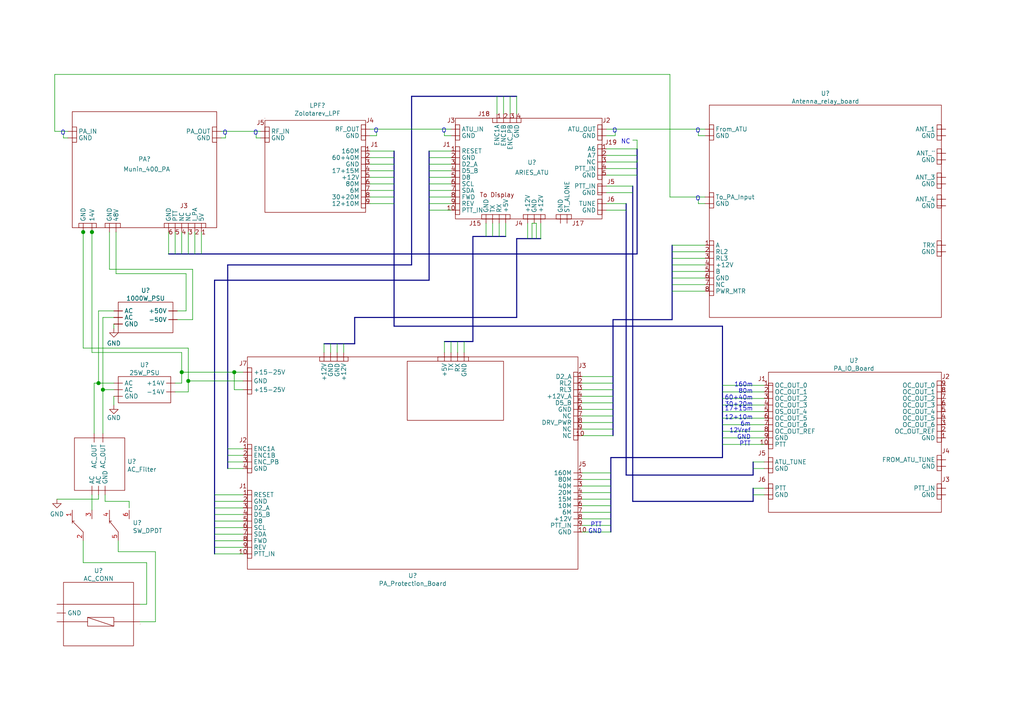
<source format=kicad_sch>
(kicad_sch (version 20210126) (generator eeschema)
  (paper "A4")
  (title_block (title "Block Schematic of MUNIN-400 PA") (date "08.05.2021") (rev "0") (comment 1 "ENG: Kjell Karlsen") (comment 2 "LA2NI"))
  (lib_symbols
    (symbol "KjellKarlsen:1000W_PSU"
      (property "Reference" "U" (at 0 0 0))
      (property "Value" "1000W_PSU" (at 0 1.905 0))
      (symbol "1000W_PSU_0_0"
        (rectangle (start -6.35 -1.905) (end 9.525 -10.795) (stroke (width 0.1524)))
      )
      (symbol "1000W_PSU_1_1"
        (pin passive line (at 10.795 -4.445 180) (length 2.54) (name "+50V") (number ""))
        (pin passive line (at 10.795 -6.985 180) (length 2.54) (name "-50V") (number ""))
        (pin passive line (at -7.62 -6.35 0) (length 2.54) (name "AC") (number ""))
        (pin passive line (at -7.62 -4.445 0) (length 2.54) (name "AC") (number ""))
        (pin passive line (at -7.62 -8.255 0) (length 2.54) (name "GND") (number ""))
      )
    )
    (symbol "KjellKarlsen:25W_PSU"
      (property "Reference" "U" (at 0 1.905 0))
      (property "Value" "25W_PSU" (at 0 0 0))
      (symbol "25W_PSU_0_0"
        (rectangle (start -7.62 -2.54) (end 7.62 -10.16) (stroke (width 0.1524)))
      )
      (symbol "25W_PSU_1_1"
        (pin passive line (at 8.89 -4.445 180) (length 2.54) (name "+14V") (number ""))
        (pin passive line (at 8.89 -6.985 180) (length 2.54) (name "-14V") (number ""))
        (pin passive line (at -8.89 -6.35 0) (length 2.54) (name "AC") (number ""))
        (pin passive line (at -8.89 -4.445 0) (length 2.54) (name "AC") (number ""))
        (pin passive line (at -8.89 -8.255 0) (length 2.54) (name "GND") (number ""))
      )
    )
    (symbol "KjellKarlsen:AC_CONN"
      (property "Reference" "U" (at 1.27 7.62 0))
      (property "Value" "AC_CONN" (at 1.27 5.715 0))
      (symbol "AC_CONN_0_0"
        (rectangle (start -6.985 -0.635) (end 11.43 -20.955) (stroke (width 0.1524)))
        (rectangle (start 3.175 -6.35) (end 5.715 -13.97) (stroke (width 0.1524)))
        (rectangle (start 5.08 1.27) (end 5.08 1.27) (stroke (width 0.1524)))
        (polyline (pts (xy -0.635 -1.27) (xy -0.635 -20.32)) (stroke (width 0.1524)))
        (polyline (pts (xy 4.445 -20.32) (xy 4.445 -13.97)) (stroke (width 0.1524)))
        (polyline (pts (xy 4.445 -1.27) (xy 4.445 -6.35)) (stroke (width 0.1524)))
        (polyline (pts (xy 5.715 -6.35) (xy 3.175 -13.97)) (stroke (width 0.1524)))
      )
      (symbol "AC_CONN_1_1"
        (pin passive line (at -0.635 -22.86 90) (length 2.54) (name "") (number ""))
        (pin passive line (at -0.635 1.27 270) (length 2.54) (name "") (number ""))
        (pin passive line (at 4.445 -22.86 90) (length 2.54) (name "") (number ""))
        (pin passive line (at 4.445 1.27 270) (length 2.54) (name "") (number ""))
        (pin passive line (at 1.905 -22.86 90) (length 2.54) (name "GND") (number ""))
      )
    )
    (symbol "KjellKarlsen:AC_Filter"
      (property "Reference" "U" (at 0 6.35 0))
      (property "Value" "AC_Filter" (at 0 4.445 0))
      (symbol "AC_Filter_0_0"
        (rectangle (start -6.985 -2.54) (end 7.62 -17.78) (stroke (width 0.1524)))
      )
      (symbol "AC_Filter_1_1"
        (pin passive line (at -1.905 -19.05 90) (length 2.54) (name "AC") (number ""))
        (pin passive line (at 0 -19.05 90) (length 2.54) (name "AC") (number ""))
        (pin passive line (at -1.27 -1.27 270) (length 2.54) (name "AC_OUT") (number ""))
        (pin passive line (at 1.27 -1.27 270) (length 2.54) (name "AC_OUT") (number ""))
        (pin passive line (at 1.905 -19.05 90) (length 2.54) (name "GND") (number ""))
      )
    )
    (symbol "KjellKarlsen:ARIES_ATU"
      (property "Reference" "U" (at 14.605 -13.97 0))
      (property "Value" "ARIES_ATU" (at 14.605 -12.065 0))
      (symbol "ARIES_ATU_0_0"
        (text "1" (at -12.065 -11.43 0) (effects (font (size 1.27 1.27))))
        (text "1" (at 1.27 -1.905 0) (effects (font (size 1.27 1.27))))
        (text "1" (at 31.75 -10.795 0) (effects (font (size 1.27 1.27))))
        (text "10" (at -12.7 -28.575 0) (effects (font (size 1.27 1.27))))
        (text "2" (at -12.065 -13.335 0) (effects (font (size 1.27 1.27))))
        (text "2" (at 3.175 -1.905 0) (effects (font (size 1.27 1.27))))
        (text "2" (at 31.75 -12.7 0) (effects (font (size 1.27 1.27))))
        (text "3" (at -12.065 -15.24 0) (effects (font (size 1.27 1.27))))
        (text "3" (at 5.08 -1.905 0) (effects (font (size 1.27 1.27))))
        (text "3" (at 31.75 -14.605 0) (effects (font (size 1.27 1.27))))
        (text "4" (at -12.065 -17.145 0) (effects (font (size 1.27 1.27))))
        (text "4" (at 6.985 -1.905 0) (effects (font (size 1.27 1.27))))
        (text "4" (at 31.75 -16.51 0) (effects (font (size 1.27 1.27))))
        (text "5" (at -12.065 -19.05 0) (effects (font (size 1.27 1.27))))
        (text "5" (at 31.75 -18.415 0) (effects (font (size 1.27 1.27))))
        (text "6" (at -12.065 -20.955 0) (effects (font (size 1.27 1.27))))
        (text "7" (at -12.065 -22.86 0) (effects (font (size 1.27 1.27))))
        (text "8" (at -12.065 -24.765 0) (effects (font (size 1.27 1.27))))
        (text "9" (at -12.065 -26.67 0) (effects (font (size 1.27 1.27))))
        (text "J1" (at -13.97 -10.16 0) (effects (font (size 1.27 1.27))))
        (text "J15" (at -5.715 -33.02 0) (effects (font (size 1.27 1.27))))
        (text "J17" (at 24.13 -33.02 0) (effects (font (size 1.27 1.27))))
        (text "J18" (at -3.175 -1.27 0) (effects (font (size 1.27 1.27))))
        (text "J19" (at 33.655 -9.525 0) (effects (font (size 1.27 1.27))))
        (text "J2" (at 32.385 -3.175 0) (effects (font (size 1.27 1.27))))
        (text "J3" (at -12.7 -3.175 0) (effects (font (size 1.27 1.27))))
        (text "J4" (at 6.985 -33.02 0) (effects (font (size 1.27 1.27))))
        (text "J5" (at 33.655 -20.955 0) (effects (font (size 1.27 1.27))))
        (text "J6" (at 33.655 -26.035 0) (effects (font (size 1.27 1.27))))
        (text "To Display" (at 0.635 -24.765 0) (effects (font (size 1.27 1.27))))
        (rectangle (start -11.43 -10.795) (end -10.16 -30.48) (stroke (width 0.1524)))
        (rectangle (start -11.43 -4.445) (end -10.16 -8.89) (stroke (width 0.1524)))
        (rectangle (start -11.43 -2.54) (end 31.115 -31.75) (stroke (width 0.1524)))
        (rectangle (start -3.81 -30.48) (end 4.445 -31.75) (stroke (width 0.1524)))
        (rectangle (start -0.635 -3.81) (end 7.62 -2.54) (stroke (width 0.1524)))
        (rectangle (start 8.255 -31.75) (end 14.605 -30.48) (stroke (width 0.1524)))
        (rectangle (start 17.78 -31.75) (end 22.225 -30.48) (stroke (width 0.1524)))
        (rectangle (start 31.115 -30.48) (end 29.845 -26.035) (stroke (width 0.1524)))
        (rectangle (start 31.115 -24.765) (end 29.845 -21.59) (stroke (width 0.1524)))
        (rectangle (start 31.115 -20.32) (end 29.845 -10.16) (stroke (width 0.1524)))
        (rectangle (start 31.115 -8.89) (end 29.845 -4.445) (stroke (width 0.1524)))
      )
      (symbol "ARIES_ATU_1_1"
        (pin passive line (at 9.525 -33.02 90) (length 2.54) (name "+12V") (number ""))
        (pin passive line (at 13.335 -33.02 90) (length 2.54) (name "+12V") (number ""))
        (pin passive line (at 3.175 -33.02 90) (length 2.54) (name "+5V") (number ""))
        (pin passive line (at 32.385 -11.43 180) (length 2.54) (name "A6") (number ""))
        (pin passive line (at 32.385 -13.335 180) (length 2.54) (name "A7") (number ""))
        (pin passive line (at -12.7 -5.715 0) (length 2.54) (name "ATU_IN") (number ""))
        (pin passive line (at 32.385 -5.715 180) (length 2.54) (name "ATU_OUT") (number ""))
        (pin passive line (at -12.7 -15.875 0) (length 2.54) (name "D2_A") (number ""))
        (pin passive line (at -12.7 -17.78 0) (length 2.54) (name "D5_B") (number ""))
        (pin passive line (at -12.7 -19.685 0) (length 2.54) (name "D8") (number ""))
        (pin passive line (at 0.635 -1.27 270) (length 2.54) (name "ENC1A") (number ""))
        (pin passive line (at 2.54 -1.27 270) (length 2.54) (name "ENC1B") (number ""))
        (pin passive line (at 4.445 -1.27 270) (length 2.54) (name "ENC_PB") (number ""))
        (pin passive line (at -12.7 -25.4 0) (length 2.54) (name "FWD") (number ""))
        (pin passive line (at -12.7 -13.97 0) (length 2.54) (name "GND") (number ""))
        (pin passive line (at -12.7 -7.62 0) (length 2.54) (name "GND") (number ""))
        (pin passive line (at -2.54 -33.02 90) (length 2.54) (name "GND") (number ""))
        (pin passive line (at 6.35 -1.27 270) (length 2.54) (name "GND") (number ""))
        (pin passive line (at 11.43 -33.02 90) (length 2.54) (name "GND") (number ""))
        (pin passive line (at 19.05 -33.02 90) (length 2.54) (name "GND") (number ""))
        (pin passive line (at 32.385 -29.21 180) (length 2.54) (name "GND") (number ""))
        (pin passive line (at 32.385 -24.13 180) (length 2.54) (name "GND") (number ""))
        (pin passive line (at 32.385 -19.05 180) (length 2.54) (name "GND") (number ""))
        (pin passive line (at 32.385 -7.62 180) (length 2.54) (name "GND") (number ""))
        (pin passive line (at 32.385 -15.24 180) (length 2.54) (name "NC") (number ""))
        (pin passive line (at -12.7 -29.21 0) (length 2.54) (name "PTT_IN") (number ""))
        (pin passive line (at 32.385 -22.225 180) (length 2.54) (name "PTT_IN") (number ""))
        (pin passive line (at 32.385 -17.145 180) (length 2.54) (name "PTT_IN") (number ""))
        (pin passive line (at -12.7 -12.065 0) (length 2.54) (name "RESET") (number ""))
        (pin passive line (at -12.7 -27.305 0) (length 2.54) (name "REV") (number ""))
        (pin passive line (at 1.27 -33.02 90) (length 2.54) (name "RX") (number ""))
        (pin passive line (at -12.7 -21.59 0) (length 2.54) (name "SCL") (number ""))
        (pin passive line (at -12.7 -23.495 0) (length 2.54) (name "SDA") (number ""))
        (pin passive line (at 20.955 -33.02 90) (length 2.54) (name "ST_ALONE") (number ""))
        (pin passive line (at 32.385 -27.305 180) (length 2.54) (name "TUNE") (number ""))
        (pin passive line (at -0.635 -33.02 90) (length 2.54) (name "TX") (number ""))
      )
    )
    (symbol "KjellKarlsen:Antenna_relay_board"
      (property "Reference" "U" (at 6.35 -29.21 0))
      (property "Value" "Antenna_relay_board" (at 6.35 -25.4 0))
      (symbol "Antenna_relay_board_0_0"
        (text "1" (at -27.94 -40.64 0) (effects (font (size 1.27 1.27))))
        (text "2" (at -27.94 -42.545 0) (effects (font (size 1.27 1.27))))
        (text "3" (at -27.94 -44.45 0) (effects (font (size 1.27 1.27))))
        (text "4" (at -27.94 -46.355 0) (effects (font (size 1.27 1.27))))
        (text "5" (at -27.94 -48.26 0) (effects (font (size 1.27 1.27))))
        (text "6" (at -27.94 -50.165 0) (effects (font (size 1.27 1.27))))
        (text "7" (at -27.94 -52.07 0) (effects (font (size 1.27 1.27))))
        (text "8" (at -27.94 -53.975 0) (effects (font (size 1.27 1.27))))
        (rectangle (start -27.305 -26.035) (end -26.035 -30.48) (stroke (width 0.1524)))
        (rectangle (start -27.305 -6.35) (end -26.035 -10.795) (stroke (width 0.1524)))
        (rectangle (start -27.305 -0.635) (end 40.005 -62.23) (stroke (width 0.1524)))
        (rectangle (start 38.735 -26.67) (end 40.005 -30.48) (stroke (width 0.1524)))
        (rectangle (start 38.735 -20.32) (end 40.005 -24.765) (stroke (width 0.1524)))
        (rectangle (start 38.735 -13.335) (end 40.005 -17.78) (stroke (width 0.1524)))
        (rectangle (start 38.735 -6.35) (end 40.005 -10.795) (stroke (width 0.1524)))
      )
      (symbol "Antenna_relay_board_0_1"
        (rectangle (start -27.305 -40.005) (end -26.035 -55.88) (stroke (width 0.1524)))
        (rectangle (start 38.735 -40.005) (end 40.005 -44.45) (stroke (width 0.1524)))
      )
      (symbol "Antenna_relay_board_1_1"
        (pin input line (at -28.575 -46.99 0) (length 2.54) (name "+12V") (number ""))
        (pin input line (at -28.575 -41.275 0) (length 2.54) (name "A") (number ""))
        (pin passive line (at 41.275 -14.605 180) (length 2.54) (name "ANT_\"") (number ""))
        (pin passive line (at 41.275 -7.62 180) (length 2.54) (name "ANT_1") (number ""))
        (pin passive line (at 41.275 -21.59 180) (length 2.54) (name "ANT_3") (number ""))
        (pin passive line (at 41.275 -27.94 180) (length 2.54) (name "ANT_4") (number ""))
        (pin input line (at -28.575 -48.895 0) (length 2.54) (name "B") (number ""))
        (pin passive line (at -28.575 -7.62 0) (length 2.54) (name "From_ATU") (number ""))
        (pin input line (at -28.575 -50.8 0) (length 2.54) (name "GND") (number ""))
        (pin passive line (at -28.575 -29.21 0) (length 2.54) (name "GND") (number ""))
        (pin passive line (at -28.575 -9.525 0) (length 2.54) (name "GND") (number ""))
        (pin input line (at 41.275 -43.18 180) (length 2.54) (name "GND") (number ""))
        (pin passive line (at 41.275 -29.845 180) (length 2.54) (name "GND") (number ""))
        (pin passive line (at 41.275 -23.495 180) (length 2.54) (name "GND") (number ""))
        (pin passive line (at 41.275 -16.51 180) (length 2.54) (name "GND") (number ""))
        (pin passive line (at 41.275 -9.525 180) (length 2.54) (name "GND") (number ""))
        (pin input line (at -28.575 -52.705 0) (length 2.54) (name "NC") (number ""))
        (pin input line (at -28.575 -54.61 0) (length 2.54) (name "PWR_MTR") (number ""))
        (pin input line (at -28.575 -43.18 0) (length 2.54) (name "RL2") (number ""))
        (pin input line (at -28.575 -45.085 0) (length 2.54) (name "RL3") (number ""))
        (pin passive line (at -28.575 -27.305 0) (length 2.54) (name "To_PA_Input") (number ""))
        (pin input line (at 41.275 -41.275 180) (length 2.54) (name "TRX") (number ""))
      )
    )
    (symbol "KjellKarlsen:Munin_400_PA"
      (property "Reference" "PA" (at 6.985 -15.24 0))
      (property "Value" "Munin_400_PA" (at 6.985 -12.065 0))
      (symbol "Munin_400_PA_0_0"
        (text "1" (at 24.765 -34.925 0) (effects (font (size 1.27 1.27))))
        (text "2" (at 22.86 -34.925 0) (effects (font (size 1.27 1.27))))
        (text "3" (at 20.955 -34.925 0) (effects (font (size 1.27 1.27))))
        (text "4" (at 19.05 -34.925 0) (effects (font (size 1.27 1.27))))
        (text "5" (at 17.145 -34.925 0) (effects (font (size 1.27 1.27))))
        (text "6" (at 15.24 -34.925 0) (effects (font (size 1.27 1.27))))
        (text "J3" (at 19.05 -27.305 0) (effects (font (size 1.27 1.27))))
        (rectangle (start -13.335 -4.445) (end -12.065 -8.89) (stroke (width 0.1524)))
        (rectangle (start -13.335 0) (end 28.575 -33.655) (stroke (width 0.1524)))
        (rectangle (start -11.43 -33.655) (end -6.35 -32.385) (stroke (width 0.1524)))
        (rectangle (start -3.81 -33.655) (end 0.635 -32.385) (stroke (width 0.1524)))
        (rectangle (start 13.335 -33.655) (end 25.4 -32.385) (stroke (width 0.1524)))
        (rectangle (start 27.305 -4.445) (end 28.575 -8.89) (stroke (width 0.1524)))
      )
      (symbol "Munin_400_PA_1_1"
        (pin input line (at -7.62 -34.925 90) (length 2.54) (name "14V") (number ""))
        (pin input line (at -0.635 -34.925 90) (length 2.54) (name "48V") (number ""))
        (pin input line (at 24.13 -34.925 90) (length 2.54) (name "5V") (number ""))
        (pin passive line (at -14.605 -7.62 0) (length 2.54) (name "GND") (number ""))
        (pin input line (at -10.16 -34.925 90) (length 2.54) (name "GND") (number ""))
        (pin input line (at -2.54 -34.925 90) (length 2.54) (name "GND") (number ""))
        (pin input line (at 14.605 -34.925 90) (length 2.54) (name "GND") (number ""))
        (pin passive line (at 29.845 -7.62 180) (length 2.54) (name "GND") (number ""))
        (pin input line (at 22.225 -34.925 90) (length 2.54) (name "I_PA") (number ""))
        (pin input line (at 18.415 -34.925 90) (length 2.54) (name "NC") (number ""))
        (pin input line (at 20.32 -34.925 90) (length 2.54) (name "NC") (number ""))
        (pin input line (at -14.605 -5.715 0) (length 2.54) (name "PA_IN") (number ""))
        (pin input line (at 29.845 -5.715 180) (length 2.54) (name "PA_OUT") (number ""))
        (pin input line (at 16.51 -34.925 90) (length 2.54) (name "PTT") (number ""))
      )
    )
    (symbol "KjellKarlsen:PA_IO_Board"
      (property "Reference" "U" (at 16.51 -16.51 0))
      (property "Value" "PA_IO_Board" (at 16.51 -13.97 0))
      (symbol "PA_IO_Board_0_0"
        (text "1" (at -10.16 -3.81 0) (effects (font (size 1.27 1.27))))
        (text "1" (at 41.275 -19.05 0) (effects (font (size 1.27 1.27))))
        (text "10" (at -10.795 -20.955 0) (effects (font (size 1.27 1.27))))
        (text "2" (at -10.16 -5.715 0) (effects (font (size 1.27 1.27))))
        (text "2" (at 41.275 -17.145 0) (effects (font (size 1.27 1.27))))
        (text "3" (at -10.16 -7.62 0) (effects (font (size 1.27 1.27))))
        (text "3" (at 41.275 -15.24 0) (effects (font (size 1.27 1.27))))
        (text "4" (at -10.16 -9.525 0) (effects (font (size 1.27 1.27))))
        (text "4" (at 41.275 -13.335 0) (effects (font (size 1.27 1.27))))
        (text "5" (at -10.16 -11.43 0) (effects (font (size 1.27 1.27))))
        (text "5" (at 41.275 -11.43 0) (effects (font (size 1.27 1.27))))
        (text "6" (at -10.16 -13.335 0) (effects (font (size 1.27 1.27))))
        (text "6" (at 41.275 -9.525 0) (effects (font (size 1.27 1.27))))
        (text "7" (at -10.16 -15.24 0) (effects (font (size 1.27 1.27))))
        (text "7" (at 41.275 -7.62 0) (effects (font (size 1.27 1.27))))
        (text "8" (at -10.16 -17.145 0) (effects (font (size 1.27 1.27))))
        (text "8" (at 41.275 -5.715 0) (effects (font (size 1.27 1.27))))
        (text "9" (at -10.16 -19.05 0) (effects (font (size 1.27 1.27))))
        (text "9" (at 41.275 -3.81 0) (effects (font (size 1.27 1.27))))
        (text "J1" (at -11.43 -2.54 0) (effects (font (size 1.27 1.27))))
        (text "J2" (at 41.91 -1.905 0) (effects (font (size 1.27 1.27))))
        (text "J3" (at 41.91 -31.75 0) (effects (font (size 1.27 1.27))))
        (text "J4" (at 41.91 -23.495 0) (effects (font (size 1.27 1.27))))
        (text "J5" (at -11.43 -24.13 0) (effects (font (size 1.27 1.27))))
        (text "J6" (at -11.43 -31.75 0) (effects (font (size 1.27 1.27))))
        (rectangle (start -9.525 -33.02) (end -8.255 -37.465) (stroke (width 0.1524)))
        (rectangle (start -9.525 -25.4) (end -8.255 -29.845) (stroke (width 0.1524)))
        (rectangle (start -9.525 -3.81) (end -8.255 -22.86) (stroke (width 0.1524)))
        (rectangle (start -9.525 -0.635) (end 40.64 -41.275) (stroke (width 0.1524)))
        (rectangle (start 39.37 -33.02) (end 40.64 -37.465) (stroke (width 0.1524)))
        (rectangle (start 39.37 -24.765) (end 40.64 -29.21) (stroke (width 0.1524)))
        (rectangle (start 39.37 -3.175) (end 40.64 -20.955) (stroke (width 0.1524)))
      )
      (symbol "PA_IO_Board_1_1"
        (pin passive line (at -10.795 -26.67 0) (length 2.54) (name "ATU_TUNE") (number ""))
        (pin passive line (at 41.91 -26.035 180) (length 2.54) (name "FROM_ATU_TUNE") (number ""))
        (pin passive line (at -10.795 -36.195 0) (length 2.54) (name "GND") (number ""))
        (pin passive line (at -10.795 -28.575 0) (length 2.54) (name "GND") (number ""))
        (pin passive line (at -10.795 -19.685 0) (length 2.54) (name "GND") (number ""))
        (pin passive line (at 41.91 -36.195 180) (length 2.54) (name "GND") (number ""))
        (pin passive line (at 41.91 -27.94 180) (length 2.54) (name "GND") (number ""))
        (pin passive line (at 41.91 -19.685 180) (length 2.54) (name "GND") (number ""))
        (pin passive line (at -10.795 -4.445 0) (length 2.54) (name "OC_OUT_0") (number ""))
        (pin passive line (at 41.91 -4.445 180) (length 2.54) (name "OC_OUT_0") (number ""))
        (pin passive line (at -10.795 -6.35 0) (length 2.54) (name "OC_OUT_1") (number ""))
        (pin passive line (at 41.91 -6.35 180) (length 2.54) (name "OC_OUT_1") (number ""))
        (pin passive line (at -10.795 -8.255 0) (length 2.54) (name "OC_OUT_2") (number ""))
        (pin passive line (at 41.91 -8.255 180) (length 2.54) (name "OC_OUT_2") (number ""))
        (pin passive line (at -10.795 -10.16 0) (length 2.54) (name "OC_OUT_3") (number ""))
        (pin passive line (at 41.91 -10.16 180) (length 2.54) (name "OC_OUT_3") (number ""))
        (pin passive line (at 41.91 -12.065 180) (length 2.54) (name "OC_OUT_4") (number ""))
        (pin passive line (at -10.795 -13.97 0) (length 2.54) (name "OC_OUT_5") (number ""))
        (pin passive line (at 41.91 -13.97 180) (length 2.54) (name "OC_OUT_5") (number ""))
        (pin passive line (at -10.795 -15.875 0) (length 2.54) (name "OC_OUT_6") (number ""))
        (pin passive line (at 41.91 -15.875 180) (length 2.54) (name "OC_OUT_6") (number ""))
        (pin passive line (at -10.795 -17.78 0) (length 2.54) (name "OC_OUT_REF") (number ""))
        (pin passive line (at 41.91 -17.78 180) (length 2.54) (name "OC_OUT_REF") (number ""))
        (pin passive line (at -10.795 -12.065 0) (length 2.54) (name "OS_OUT_4") (number ""))
        (pin passive line (at -10.795 -34.29 0) (length 2.54) (name "PTT") (number ""))
        (pin passive line (at -10.795 -21.59 0) (length 2.54) (name "PTT") (number ""))
        (pin passive line (at 41.91 -34.29 180) (length 2.54) (name "PTT_IN") (number ""))
      )
    )
    (symbol "KjellKarlsen:PA_Protection_Board"
      (property "Reference" "U" (at 21.59 -32.385 0))
      (property "Value" "PA_Protection_Board" (at 21.59 -29.845 0))
      (symbol "PA_Protection_Board_0_0"
        (text "1" (at -26.67 -40.64 0) (effects (font (size 1.27 1.27))))
        (text "1" (at -26.67 -27.305 0) (effects (font (size 1.27 1.27))))
        (text "1" (at 70.485 -34.29 0) (effects (font (size 1.27 1.27))))
        (text "1" (at 70.485 -6.35 0) (effects (font (size 1.27 1.27))))
        (text "10" (at -27.305 -57.785 0) (effects (font (size 1.27 1.27))))
        (text "10" (at 70.485 -23.495 0) (effects (font (size 1.27 1.27))))
        (text "10" (at 71.12 -51.435 0) (effects (font (size 1.27 1.27))))
        (text "2" (at -26.67 -42.545 0) (effects (font (size 1.27 1.27))))
        (text "2" (at -26.67 -29.21 0) (effects (font (size 1.27 1.27))))
        (text "2" (at 70.485 -36.195 0) (effects (font (size 1.27 1.27))))
        (text "2" (at 70.485 -8.255 0) (effects (font (size 1.27 1.27))))
        (text "3" (at -26.67 -44.45 0) (effects (font (size 1.27 1.27))))
        (text "3" (at -26.67 -31.115 0) (effects (font (size 1.27 1.27))))
        (text "3" (at 70.485 -38.1 0) (effects (font (size 1.27 1.27))))
        (text "3" (at 70.485 -10.16 0) (effects (font (size 1.27 1.27))))
        (text "4" (at -26.67 -46.355 0) (effects (font (size 1.27 1.27))))
        (text "4" (at -26.67 -33.02 0) (effects (font (size 1.27 1.27))))
        (text "4" (at 70.485 -40.005 0) (effects (font (size 1.27 1.27))))
        (text "4" (at 70.485 -12.065 0) (effects (font (size 1.27 1.27))))
        (text "5" (at -26.67 -48.26 0) (effects (font (size 1.27 1.27))))
        (text "5" (at 70.485 -41.91 0) (effects (font (size 1.27 1.27))))
        (text "5" (at 70.485 -13.97 0) (effects (font (size 1.27 1.27))))
        (text "6" (at -26.67 -50.165 0) (effects (font (size 1.27 1.27))))
        (text "6" (at 70.485 -43.815 0) (effects (font (size 1.27 1.27))))
        (text "6" (at 70.485 -15.875 0) (effects (font (size 1.27 1.27))))
        (text "7" (at -26.67 -52.07 0) (effects (font (size 1.27 1.27))))
        (text "7" (at 70.485 -45.72 0) (effects (font (size 1.27 1.27))))
        (text "7" (at 70.485 -17.78 0) (effects (font (size 1.27 1.27))))
        (text "8" (at -26.67 -53.975 0) (effects (font (size 1.27 1.27))))
        (text "8" (at 70.485 -47.625 0) (effects (font (size 1.27 1.27))))
        (text "8" (at 70.485 -19.685 0) (effects (font (size 1.27 1.27))))
        (text "9" (at -26.67 -55.88 0) (effects (font (size 1.27 1.27))))
        (text "9" (at 70.485 -49.53 0) (effects (font (size 1.27 1.27))))
        (text "9" (at 70.485 -21.59 0) (effects (font (size 1.27 1.27))))
        (text "J1" (at -27.305 -38.735 0) (effects (font (size 1.27 1.27))))
        (text "J2" (at -27.305 -25.4 0) (effects (font (size 1.27 1.27))))
        (text "J3" (at 71.12 -3.81 0) (effects (font (size 1.27 1.27))))
        (text "J5" (at 71.12 -32.385 0) (effects (font (size 1.27 1.27))))
        (text "J7" (at -27.305 -3.175 0) (effects (font (size 1.27 1.27))))
        (rectangle (start -26.035 -40.005) (end -24.765 -59.69) (stroke (width 0.1524)))
        (rectangle (start -26.035 -26.67) (end -24.765 -34.925) (stroke (width 0.1524)))
        (rectangle (start -26.035 -4.445) (end -24.765 -12.065) (stroke (width 0.1524)))
        (rectangle (start -26.035 -1.27) (end 69.85 -62.865) (stroke (width 0.1524)))
        (rectangle (start -5.08 -2.54) (end 3.175 -1.27) (stroke (width 0.1524)))
        (rectangle (start 20.32 -2.54) (end 48.26 -19.685) (stroke (width 0.1524)))
        (rectangle (start 29.21 -2.54) (end 38.1 -1.27) (stroke (width 0.1524)))
        (rectangle (start 68.58 -5.715) (end 69.85 -25.4) (stroke (width 0.1524)))
      )
      (symbol "PA_Protection_Board_1_1"
        (pin passive line (at -3.81 0 270) (length 2.54) (name "+12V") (number ""))
        (pin passive line (at 1.905 0 270) (length 2.54) (name "+12V") (number ""))
        (pin passive line (at 71.12 -48.26 180) (length 2.54) (name "+12V") (number ""))
        (pin passive line (at 71.12 -12.7 180) (length 2.54) (name "+12V_A") (number ""))
        (pin passive line (at -27.305 -10.795 0) (length 2.54) (name "+15-25V") (number ""))
        (pin passive line (at -27.305 -5.715 0) (length 2.54) (name "+15-25V") (number ""))
        (pin passive line (at 31.115 0 270) (length 2.54) (name "+5V") (number ""))
        (pin passive line (at 71.12 -44.45 180) (length 2.54) (name "10M") (number ""))
        (pin passive line (at 71.12 -42.545 180) (length 2.54) (name "15M") (number ""))
        (pin passive line (at 71.12 -34.925 180) (length 2.54) (name "160M") (number ""))
        (pin passive line (at 71.12 -40.64 180) (length 2.54) (name "20M") (number ""))
        (pin passive line (at 71.12 -38.735 180) (length 2.54) (name "40M") (number ""))
        (pin passive line (at 71.12 -46.355 180) (length 2.54) (name "6M") (number ""))
        (pin passive line (at 71.12 -36.83 180) (length 2.54) (name "80M") (number ""))
        (pin passive line (at -27.305 -45.085 0) (length 2.54) (name "D2_A") (number ""))
        (pin passive line (at 71.12 -6.985 180) (length 2.54) (name "D2_A") (number ""))
        (pin passive line (at -27.305 -46.99 0) (length 2.54) (name "D5_B") (number ""))
        (pin passive line (at 71.12 -14.605 180) (length 2.54) (name "D5_B") (number ""))
        (pin passive line (at -27.305 -48.895 0) (length 2.54) (name "D8") (number ""))
        (pin passive line (at 71.12 -20.32 180) (length 2.54) (name "DRV_PWR") (number ""))
        (pin passive line (at -27.305 -27.94 0) (length 2.54) (name "ENC1A") (number ""))
        (pin passive line (at -27.305 -29.845 0) (length 2.54) (name "ENC1B") (number ""))
        (pin passive line (at -27.305 -31.75 0) (length 2.54) (name "ENC_PB") (number ""))
        (pin passive line (at -27.305 -54.61 0) (length 2.54) (name "FWD") (number ""))
        (pin passive line (at -27.305 -43.18 0) (length 2.54) (name "GND") (number ""))
        (pin passive line (at -27.305 -33.655 0) (length 2.54) (name "GND") (number ""))
        (pin passive line (at -27.305 -8.255 0) (length 2.54) (name "GND") (number ""))
        (pin passive line (at -1.905 0 270) (length 2.54) (name "GND") (number ""))
        (pin passive line (at 0 0 270) (length 2.54) (name "GND") (number ""))
        (pin passive line (at 36.83 0 270) (length 2.54) (name "GND") (number ""))
        (pin passive line (at 71.12 -52.07 180) (length 2.54) (name "GND") (number ""))
        (pin passive line (at 71.12 -16.51 180) (length 2.54) (name "GND") (number ""))
        (pin passive line (at 71.12 -24.13 180) (length 2.54) (name "NC") (number ""))
        (pin passive line (at 71.12 -22.225 180) (length 2.54) (name "NC") (number ""))
        (pin passive line (at 71.12 -18.415 180) (length 2.54) (name "NC") (number ""))
        (pin passive line (at -27.305 -58.42 0) (length 2.54) (name "PTT_IN") (number ""))
        (pin passive line (at 71.12 -50.165 180) (length 2.54) (name "PTT_IN") (number ""))
        (pin passive line (at -27.305 -41.275 0) (length 2.54) (name "RESET") (number ""))
        (pin passive line (at -27.305 -56.515 0) (length 2.54) (name "REV") (number ""))
        (pin passive line (at 71.12 -8.89 180) (length 2.54) (name "RL2") (number ""))
        (pin passive line (at 71.12 -10.795 180) (length 2.54) (name "RL3") (number ""))
        (pin passive line (at 34.925 0 270) (length 2.54) (name "RX") (number ""))
        (pin passive line (at -27.305 -50.8 0) (length 2.54) (name "SCL") (number ""))
        (pin passive line (at -27.305 -52.705 0) (length 2.54) (name "SDA") (number ""))
        (pin passive line (at 33.02 0 270) (length 2.54) (name "TX") (number ""))
      )
    )
    (symbol "KjellKarlsen:SW_DPDT"
      (property "Reference" "U" (at 0 4.445 0))
      (property "Value" "SW_DPDT" (at 0 2.54 0))
      (symbol "SW_DPDT_0_1"
        (polyline (pts (xy -6.35 -13.335) (xy -3.175 -10.795)) (stroke (width 0.1524)))
        (polyline (pts (xy -6.35 -3.175) (xy -3.175 0)) (stroke (width 0.1524)))
        (polyline (pts (xy -3.175 -10.795) (xy -3.81 -10.795)) (stroke (width 0.1524)))
        (polyline (pts (xy -3.175 -10.795) (xy -3.175 -11.43)) (stroke (width 0.1524)))
        (polyline (pts (xy -3.175 0) (xy -3.81 0)) (stroke (width 0.1524)))
        (polyline (pts (xy -3.175 0) (xy -3.175 -0.635)) (stroke (width 0.1524)))
        (polyline (pts (xy -2.54 -10.795) (xy -3.175 -10.795)) (stroke (width 0.1524)))
        (polyline (pts (xy -2.54 0) (xy -3.175 0)) (stroke (width 0.1524)))
      )
      (symbol "SW_DPDT_1_1"
        (pin passive line (at 0 0 180) (length 2.54) (name "") (number "1"))
        (pin passive line (at -8.89 -3.175 0) (length 2.54) (name "") (number "2"))
        (pin passive line (at 0 -5.715 180) (length 2.54) (name "") (number "3"))
        (pin passive line (at 0 -10.795 180) (length 2.54) (name "") (number "4"))
        (pin passive line (at -8.89 -13.335 0) (length 2.54) (name "") (number "5"))
        (pin passive line (at 0 -16.51 180) (length 2.54) (name "") (number "6"))
      )
    )
    (symbol "KjellKarlsen:Zolotarev_LPF"
      (property "Reference" "LPF" (at -1.27 -10.795 0))
      (property "Value" "Zolotarev_LPF" (at -1.27 -8.255 0))
      (symbol "Zolotarev_LPF_0_0"
        (text "1" (at 17.78 -5.715 0) (effects (font (size 1.27 1.27))))
        (text "2" (at 17.78 -7.62 0) (effects (font (size 1.27 1.27))))
        (text "3" (at 17.78 -9.525 0) (effects (font (size 1.27 1.27))))
        (text "4" (at 17.78 -11.43 0) (effects (font (size 1.27 1.27))))
        (text "5" (at 17.78 -13.335 0) (effects (font (size 1.27 1.27))))
        (text "6" (at 17.78 -15.24 0) (effects (font (size 1.27 1.27))))
        (text "7" (at 17.78 -17.145 0) (effects (font (size 1.27 1.27))))
        (text "8" (at 17.78 -19.05 0) (effects (font (size 1.27 1.27))))
        (text "9" (at 17.78 -20.955 0) (effects (font (size 1.27 1.27))))
        (text "J1" (at 19.685 -4.445 0) (effects (font (size 1.27 1.27))))
        (text "J4" (at 18.415 2.54 0) (effects (font (size 1.27 1.27))))
        (text "J5" (at -13.335 1.905 0) (effects (font (size 1.27 1.27))))
        (rectangle (start -12.065 0.635) (end -10.795 -3.81) (stroke (width 0.1524)))
        (rectangle (start 15.875 -5.08) (end 17.145 -22.86) (stroke (width 0.1524)))
        (rectangle (start 15.875 1.27) (end 17.145 -3.175) (stroke (width 0.1524)))
      )
      (symbol "Zolotarev_LPF_0_1"
        (rectangle (start -12.065 3.175) (end -12.065 3.175) (stroke (width 0.1524)))
        (rectangle (start 17.145 -24.13) (end -12.065 2.54) (stroke (width 0.1524)))
      )
      (symbol "Zolotarev_LPF_1_1"
        (pin passive line (at 18.415 -13.97 180) (length 2.54) (name "+12V") (number ""))
        (pin passive line (at 18.415 -21.59 180) (length 2.54) (name "12+10M") (number ""))
        (pin passive line (at 18.415 -6.35 180) (length 2.54) (name "160M") (number ""))
        (pin passive line (at 18.415 -12.065 180) (length 2.54) (name "17+15M") (number ""))
        (pin passive line (at 18.415 -19.685 180) (length 2.54) (name "30+20M") (number ""))
        (pin passive line (at 18.415 -8.255 180) (length 2.54) (name "60+40M") (number ""))
        (pin passive line (at 18.415 -17.78 180) (length 2.54) (name "6M") (number ""))
        (pin passive line (at 18.415 -15.875 180) (length 2.54) (name "80M") (number ""))
        (pin passive line (at -13.335 -2.54 0) (length 2.54) (name "GND") (number ""))
        (pin passive line (at 18.415 -10.16 180) (length 2.54) (name "GND") (number ""))
        (pin passive line (at 18.415 -1.905 180) (length 2.54) (name "GND") (number ""))
        (pin passive line (at -13.335 -0.635 0) (length 2.54) (name "RF_IN") (number ""))
        (pin passive line (at 18.415 0 180) (length 2.54) (name "RF_OUT") (number ""))
      )
    )
    (symbol "power:GND" (power) (pin_names (offset 0))
      (property "Value" "GND" (at 0 -3.81 0))
      (symbol "GND_0_1"
        (polyline (pts (xy 0 0) (xy 0 -1.27) (xy 1.27 -1.27) (xy 0 -2.54) (xy -1.27 -1.27) (xy 0 -1.27)))
      )
      (symbol "GND_1_1"
        (pin power_in line (at 0 0 270) (length 0) hide (name "GND") (number "1"))
      )
    )
  )
  (junction (at 24.13 67.31) (diameter 1.016))
  (junction (at 26.67 67.31) (diameter 1.016))
  (junction (at 28.575 111.125) (diameter 1.016))
  (junction (at 29.845 113.03) (diameter 1.016))
  (junction (at 52.705 107.95) (diameter 1.016))
  (junction (at 54.61 110.49) (diameter 1.016))
  (junction (at 67.945 107.95) (diameter 1.016))
  (wire (pts (xy 15.875 21.59) (xy 194.31 21.59)))
  (wire (pts (xy 15.875 38.1) (xy 15.875 21.59)))
  (wire (pts (xy 16.51 144.78) (xy 28.575 144.78)))
  (wire (pts (xy 18.415 38.735) (xy 18.415 40.005)))
  (wire (pts (xy 19.685 38.1) (xy 15.875 38.1)))
  (wire (pts (xy 19.685 40.005) (xy 18.415 40.005)))
  (wire (pts (xy 24.13 66.675) (xy 24.13 67.31)))
  (wire (pts (xy 24.13 67.31) (xy 24.13 100.965)))
  (wire (pts (xy 24.13 100.965) (xy 54.61 100.965)))
  (wire (pts (xy 24.13 156.845) (xy 24.13 163.195)))
  (wire (pts (xy 24.13 163.195) (xy 42.545 163.195)))
  (wire (pts (xy 26.67 66.675) (xy 26.67 67.31)))
  (wire (pts (xy 26.67 67.31) (xy 26.67 102.235)))
  (wire (pts (xy 26.67 143.51) (xy 26.67 147.955)))
  (wire (pts (xy 27.305 111.125) (xy 28.575 111.125)))
  (wire (pts (xy 27.305 125.73) (xy 27.305 111.125)))
  (wire (pts (xy 28.575 90.17) (xy 28.575 111.125)))
  (wire (pts (xy 28.575 90.17) (xy 33.02 90.17)))
  (wire (pts (xy 28.575 111.125) (xy 33.02 111.125)))
  (wire (pts (xy 28.575 143.51) (xy 28.575 144.78)))
  (wire (pts (xy 29.845 92.075) (xy 29.845 113.03)))
  (wire (pts (xy 29.845 92.075) (xy 33.02 92.075)))
  (wire (pts (xy 29.845 113.03) (xy 29.845 125.73)))
  (wire (pts (xy 29.845 113.03) (xy 33.02 113.03)))
  (wire (pts (xy 30.48 143.51) (xy 30.48 145.415)))
  (wire (pts (xy 31.75 67.31) (xy 31.75 78.105)))
  (wire (pts (xy 33.02 93.98) (xy 33.02 95.25)))
  (wire (pts (xy 33.02 114.935) (xy 33.02 117.475)))
  (wire (pts (xy 33.655 67.31) (xy 33.655 79.375)))
  (wire (pts (xy 33.655 79.375) (xy 53.975 79.375)))
  (wire (pts (xy 34.29 156.845) (xy 34.29 160.02)))
  (wire (pts (xy 37.465 145.415) (xy 30.48 145.415)))
  (wire (pts (xy 37.465 147.32) (xy 37.465 145.415)))
  (wire (pts (xy 40.64 175.26) (xy 42.545 175.26)))
  (wire (pts (xy 40.64 180.34) (xy 45.085 180.34)))
  (wire (pts (xy 42.545 163.195) (xy 42.545 175.26)))
  (wire (pts (xy 45.085 160.02) (xy 34.29 160.02)))
  (wire (pts (xy 45.085 180.34) (xy 45.085 160.02)))
  (wire (pts (xy 48.895 67.31) (xy 48.895 73.66)))
  (wire (pts (xy 50.8 67.31) (xy 50.8 73.66)))
  (wire (pts (xy 50.8 111.125) (xy 52.705 111.125)))
  (wire (pts (xy 50.8 113.665) (xy 54.61 113.665)))
  (wire (pts (xy 51.435 90.17) (xy 53.975 90.17)))
  (wire (pts (xy 51.435 92.71) (xy 55.88 92.71)))
  (wire (pts (xy 52.705 67.31) (xy 52.705 73.66)))
  (wire (pts (xy 52.705 102.235) (xy 26.67 102.235)))
  (wire (pts (xy 52.705 107.95) (xy 52.705 102.235)))
  (wire (pts (xy 52.705 107.95) (xy 67.945 107.95)))
  (wire (pts (xy 52.705 111.125) (xy 52.705 107.95)))
  (wire (pts (xy 53.975 79.375) (xy 53.975 90.17)))
  (wire (pts (xy 54.61 67.31) (xy 54.61 73.66)))
  (wire (pts (xy 54.61 100.965) (xy 54.61 110.49)))
  (wire (pts (xy 54.61 110.49) (xy 54.61 113.665)))
  (wire (pts (xy 54.61 110.49) (xy 70.485 110.49)))
  (wire (pts (xy 55.88 78.105) (xy 31.75 78.105)))
  (wire (pts (xy 55.88 92.71) (xy 55.88 78.105)))
  (wire (pts (xy 56.515 67.31) (xy 56.515 73.66)))
  (wire (pts (xy 58.42 67.31) (xy 58.42 73.66)))
  (wire (pts (xy 62.23 143.51) (xy 70.485 143.51)))
  (wire (pts (xy 62.23 145.415) (xy 70.485 145.415)))
  (wire (pts (xy 62.23 147.32) (xy 70.485 147.32)))
  (wire (pts (xy 62.23 149.225) (xy 70.485 149.225)))
  (wire (pts (xy 62.23 151.13) (xy 70.485 151.13)))
  (wire (pts (xy 62.23 153.035) (xy 70.485 153.035)))
  (wire (pts (xy 62.23 154.94) (xy 70.485 154.94)))
  (wire (pts (xy 62.23 156.845) (xy 70.485 156.845)))
  (wire (pts (xy 62.23 158.75) (xy 70.485 158.75)))
  (wire (pts (xy 62.23 160.655) (xy 70.485 160.655)))
  (wire (pts (xy 64.135 38.1) (xy 75.565 38.1)))
  (wire (pts (xy 64.135 40.005) (xy 65.405 40.005)))
  (wire (pts (xy 65.405 38.735) (xy 65.405 40.005)))
  (wire (pts (xy 66.04 130.175) (xy 70.485 130.175)))
  (wire (pts (xy 66.04 132.08) (xy 70.485 132.08)))
  (wire (pts (xy 66.04 133.985) (xy 70.485 133.985)))
  (wire (pts (xy 66.04 135.89) (xy 70.485 135.89)))
  (wire (pts (xy 67.945 107.95) (xy 70.485 107.95)))
  (wire (pts (xy 67.945 113.03) (xy 67.945 107.95)))
  (wire (pts (xy 70.485 113.03) (xy 67.945 113.03)))
  (wire (pts (xy 74.295 38.735) (xy 74.295 40.005)))
  (wire (pts (xy 75.565 40.005) (xy 74.295 40.005)))
  (wire (pts (xy 93.98 99.695) (xy 93.98 102.235)))
  (wire (pts (xy 95.885 99.695) (xy 95.885 102.235)))
  (wire (pts (xy 97.79 99.695) (xy 97.79 102.235)))
  (wire (pts (xy 99.695 99.695) (xy 99.695 102.235)))
  (wire (pts (xy 107.315 37.465) (xy 130.81 37.465)))
  (wire (pts (xy 107.315 39.37) (xy 109.22 39.37)))
  (wire (pts (xy 107.315 43.815) (xy 114.3 43.815)))
  (wire (pts (xy 107.315 45.72) (xy 114.3 45.72)))
  (wire (pts (xy 107.315 47.625) (xy 114.3 47.625)))
  (wire (pts (xy 107.315 49.53) (xy 114.3 49.53)))
  (wire (pts (xy 107.315 51.435) (xy 114.3 51.435)))
  (wire (pts (xy 107.315 53.34) (xy 114.3 53.34)))
  (wire (pts (xy 107.315 55.245) (xy 114.3 55.245)))
  (wire (pts (xy 107.315 57.15) (xy 114.3 57.15)))
  (wire (pts (xy 107.315 59.055) (xy 114.3 59.055)))
  (wire (pts (xy 109.22 38.1) (xy 109.22 39.37)))
  (wire (pts (xy 124.46 43.815) (xy 130.81 43.815)))
  (wire (pts (xy 124.46 45.72) (xy 130.81 45.72)))
  (wire (pts (xy 124.46 47.625) (xy 130.81 47.625)))
  (wire (pts (xy 124.46 49.53) (xy 130.81 49.53)))
  (wire (pts (xy 124.46 51.435) (xy 130.81 51.435)))
  (wire (pts (xy 124.46 53.34) (xy 130.81 53.34)))
  (wire (pts (xy 124.46 55.245) (xy 130.81 55.245)))
  (wire (pts (xy 124.46 57.15) (xy 130.81 57.15)))
  (wire (pts (xy 124.46 59.055) (xy 130.81 59.055)))
  (wire (pts (xy 124.46 60.96) (xy 130.81 60.96)))
  (wire (pts (xy 128.905 38.1) (xy 128.905 39.37)))
  (wire (pts (xy 128.905 99.06) (xy 128.905 102.235)))
  (wire (pts (xy 130.81 39.37) (xy 128.905 39.37)))
  (wire (pts (xy 130.81 99.06) (xy 130.81 102.235)))
  (wire (pts (xy 132.715 99.06) (xy 132.715 102.235)))
  (wire (pts (xy 134.62 99.06) (xy 134.62 102.235)))
  (wire (pts (xy 140.97 64.77) (xy 140.97 68.58)))
  (wire (pts (xy 142.875 64.77) (xy 142.875 68.58)))
  (wire (pts (xy 144.145 27.94) (xy 144.145 33.02)))
  (wire (pts (xy 144.78 64.77) (xy 144.78 68.58)))
  (wire (pts (xy 146.05 27.94) (xy 146.05 33.02)))
  (wire (pts (xy 146.685 64.77) (xy 146.685 68.58)))
  (wire (pts (xy 147.955 27.94) (xy 147.955 33.02)))
  (wire (pts (xy 149.86 27.94) (xy 149.86 33.02)))
  (wire (pts (xy 153.035 64.77) (xy 153.035 69.215)))
  (wire (pts (xy 154.305 64.77) (xy 154.305 69.215)))
  (wire (pts (xy 154.305 64.77) (xy 155.575 64.77)))
  (wire (pts (xy 155.575 64.77) (xy 155.575 69.215)))
  (wire (pts (xy 156.845 64.77) (xy 156.845 69.215)))
  (wire (pts (xy 168.91 109.22) (xy 177.8 109.22)))
  (wire (pts (xy 168.91 111.125) (xy 177.8 111.125)))
  (wire (pts (xy 168.91 113.03) (xy 177.8 113.03)))
  (wire (pts (xy 168.91 114.935) (xy 177.8 114.935)))
  (wire (pts (xy 168.91 116.84) (xy 177.8 116.84)))
  (wire (pts (xy 168.91 118.745) (xy 177.8 118.745)))
  (wire (pts (xy 168.91 120.65) (xy 177.8 120.65)))
  (wire (pts (xy 168.91 122.555) (xy 177.8 122.555)))
  (wire (pts (xy 168.91 124.46) (xy 177.8 124.46)))
  (wire (pts (xy 168.91 126.365) (xy 177.8 126.365)))
  (wire (pts (xy 168.91 137.16) (xy 177.165 137.16)))
  (wire (pts (xy 168.91 139.065) (xy 177.165 139.065)))
  (wire (pts (xy 168.91 140.97) (xy 177.165 140.97)))
  (wire (pts (xy 168.91 142.875) (xy 177.165 142.875)))
  (wire (pts (xy 168.91 144.78) (xy 177.165 144.78)))
  (wire (pts (xy 168.91 146.685) (xy 177.165 146.685)))
  (wire (pts (xy 168.91 148.59) (xy 177.165 148.59)))
  (wire (pts (xy 168.91 150.495) (xy 177.165 150.495)))
  (wire (pts (xy 168.91 152.4) (xy 177.165 152.4)))
  (wire (pts (xy 168.91 154.305) (xy 177.165 154.305)))
  (wire (pts (xy 175.895 37.465) (xy 204.47 37.465)))
  (wire (pts (xy 175.895 39.37) (xy 178.435 39.37)))
  (wire (pts (xy 175.895 43.18) (xy 184.785 43.18)))
  (wire (pts (xy 175.895 45.085) (xy 184.785 45.085)))
  (wire (pts (xy 175.895 46.99) (xy 184.785 46.99)))
  (wire (pts (xy 175.895 48.895) (xy 184.785 48.895)))
  (wire (pts (xy 175.895 50.8) (xy 184.785 50.8)))
  (wire (pts (xy 175.895 53.975) (xy 183.515 53.975)))
  (wire (pts (xy 175.895 55.88) (xy 183.515 55.88)))
  (wire (pts (xy 175.895 59.055) (xy 181.61 59.055)))
  (wire (pts (xy 175.895 60.96) (xy 181.61 60.96)))
  (wire (pts (xy 178.435 38.1) (xy 178.435 39.37)))
  (wire (pts (xy 183.515 40.64) (xy 184.785 40.64)))
  (wire (pts (xy 184.785 43.18) (xy 184.785 40.64)))
  (wire (pts (xy 184.785 46.355) (xy 184.785 46.99)))
  (wire (pts (xy 194.31 21.59) (xy 194.31 57.15)))
  (wire (pts (xy 194.31 57.15) (xy 204.47 57.15)))
  (wire (pts (xy 194.945 71.12) (xy 204.47 71.12)))
  (wire (pts (xy 194.945 73.025) (xy 204.47 73.025)))
  (wire (pts (xy 194.945 74.93) (xy 204.47 74.93)))
  (wire (pts (xy 194.945 76.835) (xy 204.47 76.835)))
  (wire (pts (xy 194.945 78.74) (xy 204.47 78.74)))
  (wire (pts (xy 194.945 80.645) (xy 204.47 80.645)))
  (wire (pts (xy 194.945 82.55) (xy 204.47 82.55)))
  (wire (pts (xy 194.945 84.455) (xy 204.47 84.455)))
  (wire (pts (xy 202.565 38.1) (xy 202.565 39.37)))
  (wire (pts (xy 202.565 57.785) (xy 202.565 59.055)))
  (wire (pts (xy 204.47 39.37) (xy 202.565 39.37)))
  (wire (pts (xy 204.47 59.055) (xy 202.565 59.055)))
  (wire (pts (xy 209.55 111.76) (xy 221.615 111.76)))
  (wire (pts (xy 209.55 113.665) (xy 221.615 113.665)))
  (wire (pts (xy 209.55 115.57) (xy 221.615 115.57)))
  (wire (pts (xy 209.55 117.475) (xy 221.615 117.475)))
  (wire (pts (xy 209.55 119.38) (xy 221.615 119.38)))
  (wire (pts (xy 209.55 121.285) (xy 221.615 121.285)))
  (wire (pts (xy 209.55 123.19) (xy 221.615 123.19)))
  (wire (pts (xy 209.55 125.095) (xy 221.615 125.095)))
  (wire (pts (xy 209.55 127) (xy 221.615 127)))
  (wire (pts (xy 209.55 128.905) (xy 221.615 128.905)))
  (wire (pts (xy 218.44 133.985) (xy 221.615 133.985)))
  (wire (pts (xy 218.44 135.89) (xy 221.615 135.89)))
  (wire (pts (xy 218.44 141.605) (xy 221.615 141.605)))
  (wire (pts (xy 218.44 143.51) (xy 221.615 143.51)))
  (bus (pts (xy 48.895 73.66) (xy 184.785 73.66)))
  (bus (pts (xy 62.23 81.28) (xy 62.23 160.655)))
  (bus (pts (xy 66.04 76.835) (xy 66.04 135.89)))
  (bus (pts (xy 66.04 76.835) (xy 119.38 76.835)))
  (bus (pts (xy 93.98 99.695) (xy 102.87 99.695)))
  (bus (pts (xy 102.87 92.075) (xy 102.87 99.695)))
  (bus (pts (xy 114.3 43.815) (xy 114.3 94.615)))
  (bus (pts (xy 119.38 27.94) (xy 149.86 27.94)))
  (bus (pts (xy 119.38 76.835) (xy 119.38 27.94)))
  (bus (pts (xy 124.46 43.815) (xy 124.46 81.28)))
  (bus (pts (xy 124.46 81.28) (xy 62.23 81.28)))
  (bus (pts (xy 128.905 99.06) (xy 137.16 99.06)))
  (bus (pts (xy 137.16 68.58) (xy 137.16 99.06)))
  (bus (pts (xy 137.16 68.58) (xy 146.685 68.58)))
  (bus (pts (xy 149.86 69.215) (xy 149.86 92.075)))
  (bus (pts (xy 149.86 92.075) (xy 102.87 92.075)))
  (bus (pts (xy 156.845 69.215) (xy 149.86 69.215)))
  (bus (pts (xy 177.165 132.715) (xy 177.165 154.305)))
  (bus (pts (xy 177.8 92.71) (xy 177.8 126.365)))
  (bus (pts (xy 181.61 59.055) (xy 181.61 137.795)))
  (bus (pts (xy 183.515 53.975) (xy 183.515 145.415)))
  (bus (pts (xy 184.785 43.18) (xy 184.785 73.66)))
  (bus (pts (xy 194.945 71.12) (xy 194.945 92.71)))
  (bus (pts (xy 194.945 92.71) (xy 177.8 92.71)))
  (bus (pts (xy 209.55 94.615) (xy 114.3 94.615)))
  (bus (pts (xy 209.55 94.615) (xy 209.55 132.715)))
  (bus (pts (xy 209.55 132.715) (xy 177.165 132.715)))
  (bus (pts (xy 218.44 133.985) (xy 218.44 137.795)))
  (bus (pts (xy 218.44 137.795) (xy 181.61 137.795)))
  (bus (pts (xy 218.44 141.605) (xy 218.44 145.415)))
  (bus (pts (xy 218.44 145.415) (xy 183.515 145.415)))
  (text "O" (at 19.05 39.37 180) (effects (font (size 1.27 1.27)) (justify right bottom)))
  (text "O" (at 66.04 39.37 180) (effects (font (size 1.27 1.27)) (justify right bottom)))
  (text "O" (at 74.93 39.37 180) (effects (font (size 1.27 1.27)) (justify right bottom)))
  (text "O" (at 109.855 38.735 180) (effects (font (size 1.27 1.27)) (justify right bottom)))
  (text "O" (at 129.54 38.735 180) (effects (font (size 1.27 1.27)) (justify right bottom)))
  (text "PTT\n" (at 174.625 153.035 180) (effects (font (size 1.27 1.27)) (justify right bottom)))
  (text "GND" (at 174.625 154.94 180) (effects (font (size 1.27 1.27)) (justify right bottom)))
  (text "O" (at 179.07 38.735 180) (effects (font (size 1.27 1.27)) (justify right bottom)))
  (text "NC" (at 182.88 41.91 180) (effects (font (size 1.27 1.27)) (justify right bottom)))
  (text "O\n" (at 203.2 38.735 180) (effects (font (size 1.27 1.27)) (justify right bottom)))
  (text "O" (at 203.2 58.42 180) (effects (font (size 1.27 1.27)) (justify right bottom)))
  (text "6m\n" (at 217.805 123.825 180) (effects (font (size 1.27 1.27)) (justify right bottom)))
  (text "12Vref" (at 217.805 125.73 180) (effects (font (size 1.27 1.27)) (justify right bottom)))
  (text "GND\n" (at 217.805 127.635 180) (effects (font (size 1.27 1.27)) (justify right bottom)))
  (text "PTT\n" (at 217.805 129.54 180) (effects (font (size 1.27 1.27)) (justify right bottom)))
  (text "160m" (at 218.44 112.395 180) (effects (font (size 1.27 1.27)) (justify right bottom)))
  (text "80m\n" (at 218.44 114.3 180) (effects (font (size 1.27 1.27)) (justify right bottom)))
  (text "60+40m\n" (at 218.44 116.205 180) (effects (font (size 1.27 1.27)) (justify right bottom)))
  (text "30+20m\n" (at 218.44 118.11 180) (effects (font (size 1.27 1.27)) (justify right bottom)))
  (text "17+15m" (at 218.44 119.38 180) (effects (font (size 1.27 1.27)) (justify right bottom)))
  (text "12+10m" (at 218.44 121.92 180) (effects (font (size 1.27 1.27)) (justify right bottom)))
  (symbol (lib_id "power:GND") (at 16.51 144.78 0) (unit 1)
    (property "Reference" "#PWR?" (effects hide))
    (property "Value" "GND" (at 16.51 149.1044 0))
  )
  (symbol (lib_id "power:GND") (at 33.02 95.25 0) (unit 1)
    (property "Reference" "#PWR?" (effects hide))
    (property "Value" "GND" (at 33.02 99.5744 0))
  )
  (symbol (lib_id "power:GND") (at 33.02 117.475 0) (unit 1)
    (property "Reference" "#PWR?" (effects hide))
    (property "Value" "GND" (at 33.02 121.1644 0))
  )
  (symbol (lib_id "KjellKarlsen:25W_PSU") (at 41.91 106.68 0) (unit 1)
    (property "Reference" "U?" (at 41.91 105.8376 0))
    (property "Value" "25W_PSU" (at 41.91 108.1363 0))
  )
  (symbol (lib_id "KjellKarlsen:SW_DPDT") (at 20.955 147.955 90) (unit 1)
    (property "Reference" "U?" (at 38.4811 151.6391 90) (effects (justify right)))
    (property "Value" "SW_DPDT" (at 38.4811 153.9378 90) (effects (justify right)))
  )
  (symbol (lib_id "KjellKarlsen:1000W_PSU") (at 40.64 85.725 0) (unit 1)
    (property "Reference" "U?" (at 42.2275 84.2476 0))
    (property "Value" "1000W_PSU" (at 42.2275 86.5463 0))
  )
  (symbol (lib_id "KjellKarlsen:AC_Filter") (at 28.575 124.46 0) (unit 1)
    (property "Reference" "U?" (at 36.9063 133.8591 0) (effects (justify left)))
    (property "Value" "AC_Filter" (at 36.9063 136.1578 0) (effects (justify left)))
  )
  (symbol (lib_id "KjellKarlsen:AC_CONN") (at 39.37 175.895 270) (unit 1)
    (property "Reference" "U?" (at 28.575 165.5276 90))
    (property "Value" "AC_CONN" (at 28.575 167.8263 90))
  )
  (symbol (lib_id "KjellKarlsen:Zolotarev_LPF") (at 88.9 37.465 0) (unit 1)
    (property "Reference" "LPF?" (at 92.075 30.5966 0))
    (property "Value" "Zolotarev_LPF" (at 92.075 32.8953 0))
  )
  (symbol (lib_id "KjellKarlsen:Munin_400_PA") (at 34.29 32.385 0) (unit 1)
    (property "Reference" "PA?" (at 41.91 46.1476 0))
    (property "Value" "Munin_400_PA" (at 42.545 49.0813 0))
  )
  (symbol (lib_id "KjellKarlsen:ARIES_ATU") (at 143.51 31.75 0) (unit 1)
    (property "Reference" "U?" (at 154.2899 47.1066 0))
    (property "Value" "ARIES_ATU" (at 154.2899 50.0403 0))
  )
  (symbol (lib_id "KjellKarlsen:PA_IO_Board") (at 232.41 107.315 0) (unit 1)
    (property "Reference" "U?" (at 247.65 104.5676 0))
    (property "Value" "PA_IO_Board" (at 247.65 106.8663 0))
  )
  (symbol (lib_id "KjellKarlsen:Antenna_relay_board") (at 233.045 29.845 0) (unit 1)
    (property "Reference" "U?" (at 239.395 27.0976 0))
    (property "Value" "Antenna_relay_board" (at 239.395 29.3963 0))
  )
  (symbol (lib_id "KjellKarlsen:PA_Protection_Board") (at 97.79 102.235 0) (unit 1)
    (property "Reference" "U?" (at 119.6975 166.9606 0))
    (property "Value" "PA_Protection_Board" (at 119.6975 169.2593 0))
  )
)
</source>
